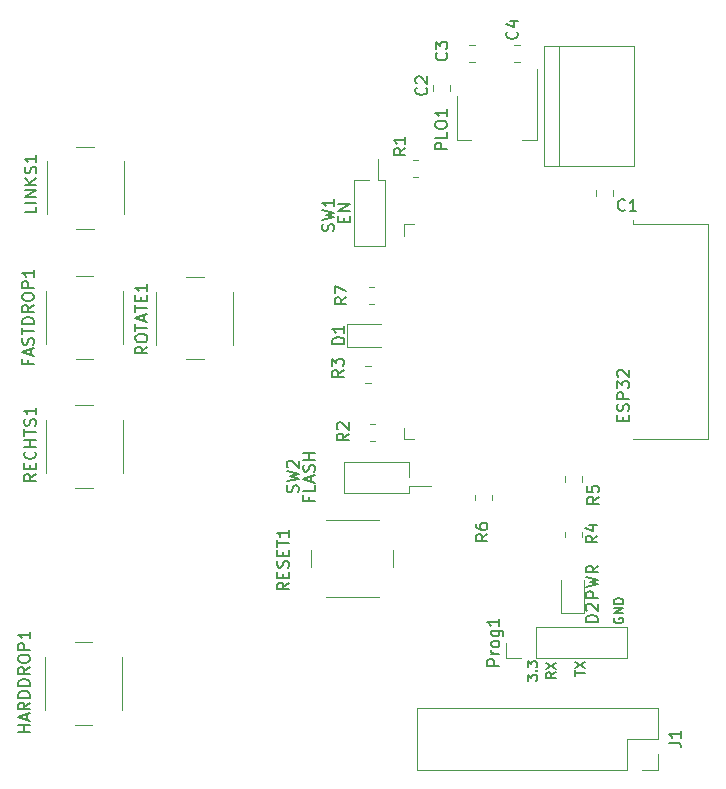
<source format=gbr>
%TF.GenerationSoftware,KiCad,Pcbnew,7.0.1*%
%TF.CreationDate,2023-04-20T18:11:54+02:00*%
%TF.ProjectId,PCB_Tetris,5043425f-5465-4747-9269-732e6b696361,rev?*%
%TF.SameCoordinates,Original*%
%TF.FileFunction,Legend,Top*%
%TF.FilePolarity,Positive*%
%FSLAX46Y46*%
G04 Gerber Fmt 4.6, Leading zero omitted, Abs format (unit mm)*
G04 Created by KiCad (PCBNEW 7.0.1) date 2023-04-20 18:11:54*
%MOMM*%
%LPD*%
G01*
G04 APERTURE LIST*
%ADD10C,0.200000*%
%ADD11C,0.150000*%
%ADD12C,0.120000*%
G04 APERTURE END LIST*
D10*
X91977095Y-118702380D02*
X91596142Y-118969047D01*
X91977095Y-119159523D02*
X91177095Y-119159523D01*
X91177095Y-119159523D02*
X91177095Y-118854761D01*
X91177095Y-118854761D02*
X91215190Y-118778571D01*
X91215190Y-118778571D02*
X91253285Y-118740476D01*
X91253285Y-118740476D02*
X91329476Y-118702380D01*
X91329476Y-118702380D02*
X91443761Y-118702380D01*
X91443761Y-118702380D02*
X91519952Y-118740476D01*
X91519952Y-118740476D02*
X91558047Y-118778571D01*
X91558047Y-118778571D02*
X91596142Y-118854761D01*
X91596142Y-118854761D02*
X91596142Y-119159523D01*
X91177095Y-118435714D02*
X91977095Y-117902380D01*
X91177095Y-117902380D02*
X91977095Y-118435714D01*
X89602095Y-119410714D02*
X89602095Y-118915476D01*
X89602095Y-118915476D02*
X89906857Y-119182142D01*
X89906857Y-119182142D02*
X89906857Y-119067857D01*
X89906857Y-119067857D02*
X89944952Y-118991666D01*
X89944952Y-118991666D02*
X89983047Y-118953571D01*
X89983047Y-118953571D02*
X90059238Y-118915476D01*
X90059238Y-118915476D02*
X90249714Y-118915476D01*
X90249714Y-118915476D02*
X90325904Y-118953571D01*
X90325904Y-118953571D02*
X90364000Y-118991666D01*
X90364000Y-118991666D02*
X90402095Y-119067857D01*
X90402095Y-119067857D02*
X90402095Y-119296428D01*
X90402095Y-119296428D02*
X90364000Y-119372619D01*
X90364000Y-119372619D02*
X90325904Y-119410714D01*
X90325904Y-118572618D02*
X90364000Y-118534523D01*
X90364000Y-118534523D02*
X90402095Y-118572618D01*
X90402095Y-118572618D02*
X90364000Y-118610714D01*
X90364000Y-118610714D02*
X90325904Y-118572618D01*
X90325904Y-118572618D02*
X90402095Y-118572618D01*
X89602095Y-118267857D02*
X89602095Y-117772619D01*
X89602095Y-117772619D02*
X89906857Y-118039285D01*
X89906857Y-118039285D02*
X89906857Y-117925000D01*
X89906857Y-117925000D02*
X89944952Y-117848809D01*
X89944952Y-117848809D02*
X89983047Y-117810714D01*
X89983047Y-117810714D02*
X90059238Y-117772619D01*
X90059238Y-117772619D02*
X90249714Y-117772619D01*
X90249714Y-117772619D02*
X90325904Y-117810714D01*
X90325904Y-117810714D02*
X90364000Y-117848809D01*
X90364000Y-117848809D02*
X90402095Y-117925000D01*
X90402095Y-117925000D02*
X90402095Y-118153571D01*
X90402095Y-118153571D02*
X90364000Y-118229762D01*
X90364000Y-118229762D02*
X90325904Y-118267857D01*
X93627095Y-118998809D02*
X93627095Y-118541666D01*
X94427095Y-118770238D02*
X93627095Y-118770238D01*
X93627095Y-118351190D02*
X94427095Y-117817856D01*
X93627095Y-117817856D02*
X94427095Y-118351190D01*
X96940190Y-114115476D02*
X96902095Y-114191666D01*
X96902095Y-114191666D02*
X96902095Y-114305952D01*
X96902095Y-114305952D02*
X96940190Y-114420238D01*
X96940190Y-114420238D02*
X97016380Y-114496428D01*
X97016380Y-114496428D02*
X97092571Y-114534523D01*
X97092571Y-114534523D02*
X97244952Y-114572619D01*
X97244952Y-114572619D02*
X97359238Y-114572619D01*
X97359238Y-114572619D02*
X97511619Y-114534523D01*
X97511619Y-114534523D02*
X97587809Y-114496428D01*
X97587809Y-114496428D02*
X97664000Y-114420238D01*
X97664000Y-114420238D02*
X97702095Y-114305952D01*
X97702095Y-114305952D02*
X97702095Y-114229761D01*
X97702095Y-114229761D02*
X97664000Y-114115476D01*
X97664000Y-114115476D02*
X97625904Y-114077380D01*
X97625904Y-114077380D02*
X97359238Y-114077380D01*
X97359238Y-114077380D02*
X97359238Y-114229761D01*
X97702095Y-113734523D02*
X96902095Y-113734523D01*
X96902095Y-113734523D02*
X97702095Y-113277380D01*
X97702095Y-113277380D02*
X96902095Y-113277380D01*
X97702095Y-112896428D02*
X96902095Y-112896428D01*
X96902095Y-112896428D02*
X96902095Y-112705952D01*
X96902095Y-112705952D02*
X96940190Y-112591666D01*
X96940190Y-112591666D02*
X97016380Y-112515476D01*
X97016380Y-112515476D02*
X97092571Y-112477381D01*
X97092571Y-112477381D02*
X97244952Y-112439285D01*
X97244952Y-112439285D02*
X97359238Y-112439285D01*
X97359238Y-112439285D02*
X97511619Y-112477381D01*
X97511619Y-112477381D02*
X97587809Y-112515476D01*
X97587809Y-112515476D02*
X97664000Y-112591666D01*
X97664000Y-112591666D02*
X97702095Y-112705952D01*
X97702095Y-112705952D02*
X97702095Y-112896428D01*
D11*
%TO.C,R6*%
X86212619Y-107016666D02*
X85736428Y-107349999D01*
X86212619Y-107588094D02*
X85212619Y-107588094D01*
X85212619Y-107588094D02*
X85212619Y-107207142D01*
X85212619Y-107207142D02*
X85260238Y-107111904D01*
X85260238Y-107111904D02*
X85307857Y-107064285D01*
X85307857Y-107064285D02*
X85403095Y-107016666D01*
X85403095Y-107016666D02*
X85545952Y-107016666D01*
X85545952Y-107016666D02*
X85641190Y-107064285D01*
X85641190Y-107064285D02*
X85688809Y-107111904D01*
X85688809Y-107111904D02*
X85736428Y-107207142D01*
X85736428Y-107207142D02*
X85736428Y-107588094D01*
X85212619Y-106159523D02*
X85212619Y-106349999D01*
X85212619Y-106349999D02*
X85260238Y-106445237D01*
X85260238Y-106445237D02*
X85307857Y-106492856D01*
X85307857Y-106492856D02*
X85450714Y-106588094D01*
X85450714Y-106588094D02*
X85641190Y-106635713D01*
X85641190Y-106635713D02*
X86022142Y-106635713D01*
X86022142Y-106635713D02*
X86117380Y-106588094D01*
X86117380Y-106588094D02*
X86165000Y-106540475D01*
X86165000Y-106540475D02*
X86212619Y-106445237D01*
X86212619Y-106445237D02*
X86212619Y-106254761D01*
X86212619Y-106254761D02*
X86165000Y-106159523D01*
X86165000Y-106159523D02*
X86117380Y-106111904D01*
X86117380Y-106111904D02*
X86022142Y-106064285D01*
X86022142Y-106064285D02*
X85784047Y-106064285D01*
X85784047Y-106064285D02*
X85688809Y-106111904D01*
X85688809Y-106111904D02*
X85641190Y-106159523D01*
X85641190Y-106159523D02*
X85593571Y-106254761D01*
X85593571Y-106254761D02*
X85593571Y-106445237D01*
X85593571Y-106445237D02*
X85641190Y-106540475D01*
X85641190Y-106540475D02*
X85688809Y-106588094D01*
X85688809Y-106588094D02*
X85784047Y-106635713D01*
%TO.C,R2*%
X74462619Y-98516666D02*
X73986428Y-98849999D01*
X74462619Y-99088094D02*
X73462619Y-99088094D01*
X73462619Y-99088094D02*
X73462619Y-98707142D01*
X73462619Y-98707142D02*
X73510238Y-98611904D01*
X73510238Y-98611904D02*
X73557857Y-98564285D01*
X73557857Y-98564285D02*
X73653095Y-98516666D01*
X73653095Y-98516666D02*
X73795952Y-98516666D01*
X73795952Y-98516666D02*
X73891190Y-98564285D01*
X73891190Y-98564285D02*
X73938809Y-98611904D01*
X73938809Y-98611904D02*
X73986428Y-98707142D01*
X73986428Y-98707142D02*
X73986428Y-99088094D01*
X73557857Y-98135713D02*
X73510238Y-98088094D01*
X73510238Y-98088094D02*
X73462619Y-97992856D01*
X73462619Y-97992856D02*
X73462619Y-97754761D01*
X73462619Y-97754761D02*
X73510238Y-97659523D01*
X73510238Y-97659523D02*
X73557857Y-97611904D01*
X73557857Y-97611904D02*
X73653095Y-97564285D01*
X73653095Y-97564285D02*
X73748333Y-97564285D01*
X73748333Y-97564285D02*
X73891190Y-97611904D01*
X73891190Y-97611904D02*
X74462619Y-98183332D01*
X74462619Y-98183332D02*
X74462619Y-97564285D01*
%TO.C,C1*%
X97858333Y-79567380D02*
X97810714Y-79615000D01*
X97810714Y-79615000D02*
X97667857Y-79662619D01*
X97667857Y-79662619D02*
X97572619Y-79662619D01*
X97572619Y-79662619D02*
X97429762Y-79615000D01*
X97429762Y-79615000D02*
X97334524Y-79519761D01*
X97334524Y-79519761D02*
X97286905Y-79424523D01*
X97286905Y-79424523D02*
X97239286Y-79234047D01*
X97239286Y-79234047D02*
X97239286Y-79091190D01*
X97239286Y-79091190D02*
X97286905Y-78900714D01*
X97286905Y-78900714D02*
X97334524Y-78805476D01*
X97334524Y-78805476D02*
X97429762Y-78710238D01*
X97429762Y-78710238D02*
X97572619Y-78662619D01*
X97572619Y-78662619D02*
X97667857Y-78662619D01*
X97667857Y-78662619D02*
X97810714Y-78710238D01*
X97810714Y-78710238D02*
X97858333Y-78757857D01*
X98810714Y-79662619D02*
X98239286Y-79662619D01*
X98525000Y-79662619D02*
X98525000Y-78662619D01*
X98525000Y-78662619D02*
X98429762Y-78805476D01*
X98429762Y-78805476D02*
X98334524Y-78900714D01*
X98334524Y-78900714D02*
X98239286Y-78948333D01*
%TO.C,D1*%
X74087619Y-90913094D02*
X73087619Y-90913094D01*
X73087619Y-90913094D02*
X73087619Y-90674999D01*
X73087619Y-90674999D02*
X73135238Y-90532142D01*
X73135238Y-90532142D02*
X73230476Y-90436904D01*
X73230476Y-90436904D02*
X73325714Y-90389285D01*
X73325714Y-90389285D02*
X73516190Y-90341666D01*
X73516190Y-90341666D02*
X73659047Y-90341666D01*
X73659047Y-90341666D02*
X73849523Y-90389285D01*
X73849523Y-90389285D02*
X73944761Y-90436904D01*
X73944761Y-90436904D02*
X74040000Y-90532142D01*
X74040000Y-90532142D02*
X74087619Y-90674999D01*
X74087619Y-90674999D02*
X74087619Y-90913094D01*
X74087619Y-89389285D02*
X74087619Y-89960713D01*
X74087619Y-89674999D02*
X73087619Y-89674999D01*
X73087619Y-89674999D02*
X73230476Y-89770237D01*
X73230476Y-89770237D02*
X73325714Y-89865475D01*
X73325714Y-89865475D02*
X73373333Y-89960713D01*
%TO.C,C2*%
X81017380Y-69216666D02*
X81065000Y-69264285D01*
X81065000Y-69264285D02*
X81112619Y-69407142D01*
X81112619Y-69407142D02*
X81112619Y-69502380D01*
X81112619Y-69502380D02*
X81065000Y-69645237D01*
X81065000Y-69645237D02*
X80969761Y-69740475D01*
X80969761Y-69740475D02*
X80874523Y-69788094D01*
X80874523Y-69788094D02*
X80684047Y-69835713D01*
X80684047Y-69835713D02*
X80541190Y-69835713D01*
X80541190Y-69835713D02*
X80350714Y-69788094D01*
X80350714Y-69788094D02*
X80255476Y-69740475D01*
X80255476Y-69740475D02*
X80160238Y-69645237D01*
X80160238Y-69645237D02*
X80112619Y-69502380D01*
X80112619Y-69502380D02*
X80112619Y-69407142D01*
X80112619Y-69407142D02*
X80160238Y-69264285D01*
X80160238Y-69264285D02*
X80207857Y-69216666D01*
X80207857Y-68835713D02*
X80160238Y-68788094D01*
X80160238Y-68788094D02*
X80112619Y-68692856D01*
X80112619Y-68692856D02*
X80112619Y-68454761D01*
X80112619Y-68454761D02*
X80160238Y-68359523D01*
X80160238Y-68359523D02*
X80207857Y-68311904D01*
X80207857Y-68311904D02*
X80303095Y-68264285D01*
X80303095Y-68264285D02*
X80398333Y-68264285D01*
X80398333Y-68264285D02*
X80541190Y-68311904D01*
X80541190Y-68311904D02*
X81112619Y-68883332D01*
X81112619Y-68883332D02*
X81112619Y-68264285D01*
%TO.C,R3*%
X74037619Y-93116666D02*
X73561428Y-93449999D01*
X74037619Y-93688094D02*
X73037619Y-93688094D01*
X73037619Y-93688094D02*
X73037619Y-93307142D01*
X73037619Y-93307142D02*
X73085238Y-93211904D01*
X73085238Y-93211904D02*
X73132857Y-93164285D01*
X73132857Y-93164285D02*
X73228095Y-93116666D01*
X73228095Y-93116666D02*
X73370952Y-93116666D01*
X73370952Y-93116666D02*
X73466190Y-93164285D01*
X73466190Y-93164285D02*
X73513809Y-93211904D01*
X73513809Y-93211904D02*
X73561428Y-93307142D01*
X73561428Y-93307142D02*
X73561428Y-93688094D01*
X73037619Y-92783332D02*
X73037619Y-92164285D01*
X73037619Y-92164285D02*
X73418571Y-92497618D01*
X73418571Y-92497618D02*
X73418571Y-92354761D01*
X73418571Y-92354761D02*
X73466190Y-92259523D01*
X73466190Y-92259523D02*
X73513809Y-92211904D01*
X73513809Y-92211904D02*
X73609047Y-92164285D01*
X73609047Y-92164285D02*
X73847142Y-92164285D01*
X73847142Y-92164285D02*
X73942380Y-92211904D01*
X73942380Y-92211904D02*
X73990000Y-92259523D01*
X73990000Y-92259523D02*
X74037619Y-92354761D01*
X74037619Y-92354761D02*
X74037619Y-92640475D01*
X74037619Y-92640475D02*
X73990000Y-92735713D01*
X73990000Y-92735713D02*
X73942380Y-92783332D01*
%TO.C,D2*%
X95537619Y-114438094D02*
X94537619Y-114438094D01*
X94537619Y-114438094D02*
X94537619Y-114199999D01*
X94537619Y-114199999D02*
X94585238Y-114057142D01*
X94585238Y-114057142D02*
X94680476Y-113961904D01*
X94680476Y-113961904D02*
X94775714Y-113914285D01*
X94775714Y-113914285D02*
X94966190Y-113866666D01*
X94966190Y-113866666D02*
X95109047Y-113866666D01*
X95109047Y-113866666D02*
X95299523Y-113914285D01*
X95299523Y-113914285D02*
X95394761Y-113961904D01*
X95394761Y-113961904D02*
X95490000Y-114057142D01*
X95490000Y-114057142D02*
X95537619Y-114199999D01*
X95537619Y-114199999D02*
X95537619Y-114438094D01*
X94632857Y-113485713D02*
X94585238Y-113438094D01*
X94585238Y-113438094D02*
X94537619Y-113342856D01*
X94537619Y-113342856D02*
X94537619Y-113104761D01*
X94537619Y-113104761D02*
X94585238Y-113009523D01*
X94585238Y-113009523D02*
X94632857Y-112961904D01*
X94632857Y-112961904D02*
X94728095Y-112914285D01*
X94728095Y-112914285D02*
X94823333Y-112914285D01*
X94823333Y-112914285D02*
X94966190Y-112961904D01*
X94966190Y-112961904D02*
X95537619Y-113533332D01*
X95537619Y-113533332D02*
X95537619Y-112914285D01*
X95587619Y-112408332D02*
X94587619Y-112408332D01*
X94587619Y-112408332D02*
X94587619Y-112027380D01*
X94587619Y-112027380D02*
X94635238Y-111932142D01*
X94635238Y-111932142D02*
X94682857Y-111884523D01*
X94682857Y-111884523D02*
X94778095Y-111836904D01*
X94778095Y-111836904D02*
X94920952Y-111836904D01*
X94920952Y-111836904D02*
X95016190Y-111884523D01*
X95016190Y-111884523D02*
X95063809Y-111932142D01*
X95063809Y-111932142D02*
X95111428Y-112027380D01*
X95111428Y-112027380D02*
X95111428Y-112408332D01*
X94587619Y-111503570D02*
X95587619Y-111265475D01*
X95587619Y-111265475D02*
X94873333Y-111074999D01*
X94873333Y-111074999D02*
X95587619Y-110884523D01*
X95587619Y-110884523D02*
X94587619Y-110646428D01*
X95587619Y-109694047D02*
X95111428Y-110027380D01*
X95587619Y-110265475D02*
X94587619Y-110265475D01*
X94587619Y-110265475D02*
X94587619Y-109884523D01*
X94587619Y-109884523D02*
X94635238Y-109789285D01*
X94635238Y-109789285D02*
X94682857Y-109741666D01*
X94682857Y-109741666D02*
X94778095Y-109694047D01*
X94778095Y-109694047D02*
X94920952Y-109694047D01*
X94920952Y-109694047D02*
X95016190Y-109741666D01*
X95016190Y-109741666D02*
X95063809Y-109789285D01*
X95063809Y-109789285D02*
X95111428Y-109884523D01*
X95111428Y-109884523D02*
X95111428Y-110265475D01*
%TO.C,R5*%
X95637619Y-103866666D02*
X95161428Y-104199999D01*
X95637619Y-104438094D02*
X94637619Y-104438094D01*
X94637619Y-104438094D02*
X94637619Y-104057142D01*
X94637619Y-104057142D02*
X94685238Y-103961904D01*
X94685238Y-103961904D02*
X94732857Y-103914285D01*
X94732857Y-103914285D02*
X94828095Y-103866666D01*
X94828095Y-103866666D02*
X94970952Y-103866666D01*
X94970952Y-103866666D02*
X95066190Y-103914285D01*
X95066190Y-103914285D02*
X95113809Y-103961904D01*
X95113809Y-103961904D02*
X95161428Y-104057142D01*
X95161428Y-104057142D02*
X95161428Y-104438094D01*
X94637619Y-102961904D02*
X94637619Y-103438094D01*
X94637619Y-103438094D02*
X95113809Y-103485713D01*
X95113809Y-103485713D02*
X95066190Y-103438094D01*
X95066190Y-103438094D02*
X95018571Y-103342856D01*
X95018571Y-103342856D02*
X95018571Y-103104761D01*
X95018571Y-103104761D02*
X95066190Y-103009523D01*
X95066190Y-103009523D02*
X95113809Y-102961904D01*
X95113809Y-102961904D02*
X95209047Y-102914285D01*
X95209047Y-102914285D02*
X95447142Y-102914285D01*
X95447142Y-102914285D02*
X95542380Y-102961904D01*
X95542380Y-102961904D02*
X95590000Y-103009523D01*
X95590000Y-103009523D02*
X95637619Y-103104761D01*
X95637619Y-103104761D02*
X95637619Y-103342856D01*
X95637619Y-103342856D02*
X95590000Y-103438094D01*
X95590000Y-103438094D02*
X95542380Y-103485713D01*
%TO.C,R1*%
X79262619Y-74341666D02*
X78786428Y-74674999D01*
X79262619Y-74913094D02*
X78262619Y-74913094D01*
X78262619Y-74913094D02*
X78262619Y-74532142D01*
X78262619Y-74532142D02*
X78310238Y-74436904D01*
X78310238Y-74436904D02*
X78357857Y-74389285D01*
X78357857Y-74389285D02*
X78453095Y-74341666D01*
X78453095Y-74341666D02*
X78595952Y-74341666D01*
X78595952Y-74341666D02*
X78691190Y-74389285D01*
X78691190Y-74389285D02*
X78738809Y-74436904D01*
X78738809Y-74436904D02*
X78786428Y-74532142D01*
X78786428Y-74532142D02*
X78786428Y-74913094D01*
X79262619Y-73389285D02*
X79262619Y-73960713D01*
X79262619Y-73674999D02*
X78262619Y-73674999D01*
X78262619Y-73674999D02*
X78405476Y-73770237D01*
X78405476Y-73770237D02*
X78500714Y-73865475D01*
X78500714Y-73865475D02*
X78548333Y-73960713D01*
%TO.C,FASTDROP1*%
X47294809Y-92299857D02*
X47294809Y-92633190D01*
X47818619Y-92633190D02*
X46818619Y-92633190D01*
X46818619Y-92633190D02*
X46818619Y-92157000D01*
X47532904Y-91823666D02*
X47532904Y-91347476D01*
X47818619Y-91918904D02*
X46818619Y-91585571D01*
X46818619Y-91585571D02*
X47818619Y-91252238D01*
X47771000Y-90966523D02*
X47818619Y-90823666D01*
X47818619Y-90823666D02*
X47818619Y-90585571D01*
X47818619Y-90585571D02*
X47771000Y-90490333D01*
X47771000Y-90490333D02*
X47723380Y-90442714D01*
X47723380Y-90442714D02*
X47628142Y-90395095D01*
X47628142Y-90395095D02*
X47532904Y-90395095D01*
X47532904Y-90395095D02*
X47437666Y-90442714D01*
X47437666Y-90442714D02*
X47390047Y-90490333D01*
X47390047Y-90490333D02*
X47342428Y-90585571D01*
X47342428Y-90585571D02*
X47294809Y-90776047D01*
X47294809Y-90776047D02*
X47247190Y-90871285D01*
X47247190Y-90871285D02*
X47199571Y-90918904D01*
X47199571Y-90918904D02*
X47104333Y-90966523D01*
X47104333Y-90966523D02*
X47009095Y-90966523D01*
X47009095Y-90966523D02*
X46913857Y-90918904D01*
X46913857Y-90918904D02*
X46866238Y-90871285D01*
X46866238Y-90871285D02*
X46818619Y-90776047D01*
X46818619Y-90776047D02*
X46818619Y-90537952D01*
X46818619Y-90537952D02*
X46866238Y-90395095D01*
X46818619Y-90109380D02*
X46818619Y-89537952D01*
X47818619Y-89823666D02*
X46818619Y-89823666D01*
X47818619Y-89204618D02*
X46818619Y-89204618D01*
X46818619Y-89204618D02*
X46818619Y-88966523D01*
X46818619Y-88966523D02*
X46866238Y-88823666D01*
X46866238Y-88823666D02*
X46961476Y-88728428D01*
X46961476Y-88728428D02*
X47056714Y-88680809D01*
X47056714Y-88680809D02*
X47247190Y-88633190D01*
X47247190Y-88633190D02*
X47390047Y-88633190D01*
X47390047Y-88633190D02*
X47580523Y-88680809D01*
X47580523Y-88680809D02*
X47675761Y-88728428D01*
X47675761Y-88728428D02*
X47771000Y-88823666D01*
X47771000Y-88823666D02*
X47818619Y-88966523D01*
X47818619Y-88966523D02*
X47818619Y-89204618D01*
X47818619Y-87633190D02*
X47342428Y-87966523D01*
X47818619Y-88204618D02*
X46818619Y-88204618D01*
X46818619Y-88204618D02*
X46818619Y-87823666D01*
X46818619Y-87823666D02*
X46866238Y-87728428D01*
X46866238Y-87728428D02*
X46913857Y-87680809D01*
X46913857Y-87680809D02*
X47009095Y-87633190D01*
X47009095Y-87633190D02*
X47151952Y-87633190D01*
X47151952Y-87633190D02*
X47247190Y-87680809D01*
X47247190Y-87680809D02*
X47294809Y-87728428D01*
X47294809Y-87728428D02*
X47342428Y-87823666D01*
X47342428Y-87823666D02*
X47342428Y-88204618D01*
X46818619Y-87014142D02*
X46818619Y-86823666D01*
X46818619Y-86823666D02*
X46866238Y-86728428D01*
X46866238Y-86728428D02*
X46961476Y-86633190D01*
X46961476Y-86633190D02*
X47151952Y-86585571D01*
X47151952Y-86585571D02*
X47485285Y-86585571D01*
X47485285Y-86585571D02*
X47675761Y-86633190D01*
X47675761Y-86633190D02*
X47771000Y-86728428D01*
X47771000Y-86728428D02*
X47818619Y-86823666D01*
X47818619Y-86823666D02*
X47818619Y-87014142D01*
X47818619Y-87014142D02*
X47771000Y-87109380D01*
X47771000Y-87109380D02*
X47675761Y-87204618D01*
X47675761Y-87204618D02*
X47485285Y-87252237D01*
X47485285Y-87252237D02*
X47151952Y-87252237D01*
X47151952Y-87252237D02*
X46961476Y-87204618D01*
X46961476Y-87204618D02*
X46866238Y-87109380D01*
X46866238Y-87109380D02*
X46818619Y-87014142D01*
X47818619Y-86156999D02*
X46818619Y-86156999D01*
X46818619Y-86156999D02*
X46818619Y-85776047D01*
X46818619Y-85776047D02*
X46866238Y-85680809D01*
X46866238Y-85680809D02*
X46913857Y-85633190D01*
X46913857Y-85633190D02*
X47009095Y-85585571D01*
X47009095Y-85585571D02*
X47151952Y-85585571D01*
X47151952Y-85585571D02*
X47247190Y-85633190D01*
X47247190Y-85633190D02*
X47294809Y-85680809D01*
X47294809Y-85680809D02*
X47342428Y-85776047D01*
X47342428Y-85776047D02*
X47342428Y-86156999D01*
X47818619Y-84633190D02*
X47818619Y-85204618D01*
X47818619Y-84918904D02*
X46818619Y-84918904D01*
X46818619Y-84918904D02*
X46961476Y-85014142D01*
X46961476Y-85014142D02*
X47056714Y-85109380D01*
X47056714Y-85109380D02*
X47104333Y-85204618D01*
%TO.C,HARDDROP1*%
X47477619Y-123758285D02*
X46477619Y-123758285D01*
X46953809Y-123758285D02*
X46953809Y-123186857D01*
X47477619Y-123186857D02*
X46477619Y-123186857D01*
X47191904Y-122758285D02*
X47191904Y-122282095D01*
X47477619Y-122853523D02*
X46477619Y-122520190D01*
X46477619Y-122520190D02*
X47477619Y-122186857D01*
X47477619Y-121282095D02*
X47001428Y-121615428D01*
X47477619Y-121853523D02*
X46477619Y-121853523D01*
X46477619Y-121853523D02*
X46477619Y-121472571D01*
X46477619Y-121472571D02*
X46525238Y-121377333D01*
X46525238Y-121377333D02*
X46572857Y-121329714D01*
X46572857Y-121329714D02*
X46668095Y-121282095D01*
X46668095Y-121282095D02*
X46810952Y-121282095D01*
X46810952Y-121282095D02*
X46906190Y-121329714D01*
X46906190Y-121329714D02*
X46953809Y-121377333D01*
X46953809Y-121377333D02*
X47001428Y-121472571D01*
X47001428Y-121472571D02*
X47001428Y-121853523D01*
X47477619Y-120853523D02*
X46477619Y-120853523D01*
X46477619Y-120853523D02*
X46477619Y-120615428D01*
X46477619Y-120615428D02*
X46525238Y-120472571D01*
X46525238Y-120472571D02*
X46620476Y-120377333D01*
X46620476Y-120377333D02*
X46715714Y-120329714D01*
X46715714Y-120329714D02*
X46906190Y-120282095D01*
X46906190Y-120282095D02*
X47049047Y-120282095D01*
X47049047Y-120282095D02*
X47239523Y-120329714D01*
X47239523Y-120329714D02*
X47334761Y-120377333D01*
X47334761Y-120377333D02*
X47430000Y-120472571D01*
X47430000Y-120472571D02*
X47477619Y-120615428D01*
X47477619Y-120615428D02*
X47477619Y-120853523D01*
X47477619Y-119853523D02*
X46477619Y-119853523D01*
X46477619Y-119853523D02*
X46477619Y-119615428D01*
X46477619Y-119615428D02*
X46525238Y-119472571D01*
X46525238Y-119472571D02*
X46620476Y-119377333D01*
X46620476Y-119377333D02*
X46715714Y-119329714D01*
X46715714Y-119329714D02*
X46906190Y-119282095D01*
X46906190Y-119282095D02*
X47049047Y-119282095D01*
X47049047Y-119282095D02*
X47239523Y-119329714D01*
X47239523Y-119329714D02*
X47334761Y-119377333D01*
X47334761Y-119377333D02*
X47430000Y-119472571D01*
X47430000Y-119472571D02*
X47477619Y-119615428D01*
X47477619Y-119615428D02*
X47477619Y-119853523D01*
X47477619Y-118282095D02*
X47001428Y-118615428D01*
X47477619Y-118853523D02*
X46477619Y-118853523D01*
X46477619Y-118853523D02*
X46477619Y-118472571D01*
X46477619Y-118472571D02*
X46525238Y-118377333D01*
X46525238Y-118377333D02*
X46572857Y-118329714D01*
X46572857Y-118329714D02*
X46668095Y-118282095D01*
X46668095Y-118282095D02*
X46810952Y-118282095D01*
X46810952Y-118282095D02*
X46906190Y-118329714D01*
X46906190Y-118329714D02*
X46953809Y-118377333D01*
X46953809Y-118377333D02*
X47001428Y-118472571D01*
X47001428Y-118472571D02*
X47001428Y-118853523D01*
X46477619Y-117663047D02*
X46477619Y-117472571D01*
X46477619Y-117472571D02*
X46525238Y-117377333D01*
X46525238Y-117377333D02*
X46620476Y-117282095D01*
X46620476Y-117282095D02*
X46810952Y-117234476D01*
X46810952Y-117234476D02*
X47144285Y-117234476D01*
X47144285Y-117234476D02*
X47334761Y-117282095D01*
X47334761Y-117282095D02*
X47430000Y-117377333D01*
X47430000Y-117377333D02*
X47477619Y-117472571D01*
X47477619Y-117472571D02*
X47477619Y-117663047D01*
X47477619Y-117663047D02*
X47430000Y-117758285D01*
X47430000Y-117758285D02*
X47334761Y-117853523D01*
X47334761Y-117853523D02*
X47144285Y-117901142D01*
X47144285Y-117901142D02*
X46810952Y-117901142D01*
X46810952Y-117901142D02*
X46620476Y-117853523D01*
X46620476Y-117853523D02*
X46525238Y-117758285D01*
X46525238Y-117758285D02*
X46477619Y-117663047D01*
X47477619Y-116805904D02*
X46477619Y-116805904D01*
X46477619Y-116805904D02*
X46477619Y-116424952D01*
X46477619Y-116424952D02*
X46525238Y-116329714D01*
X46525238Y-116329714D02*
X46572857Y-116282095D01*
X46572857Y-116282095D02*
X46668095Y-116234476D01*
X46668095Y-116234476D02*
X46810952Y-116234476D01*
X46810952Y-116234476D02*
X46906190Y-116282095D01*
X46906190Y-116282095D02*
X46953809Y-116329714D01*
X46953809Y-116329714D02*
X47001428Y-116424952D01*
X47001428Y-116424952D02*
X47001428Y-116805904D01*
X47477619Y-115282095D02*
X47477619Y-115853523D01*
X47477619Y-115567809D02*
X46477619Y-115567809D01*
X46477619Y-115567809D02*
X46620476Y-115663047D01*
X46620476Y-115663047D02*
X46715714Y-115758285D01*
X46715714Y-115758285D02*
X46763333Y-115853523D01*
%TO.C,R7*%
X74262619Y-86966666D02*
X73786428Y-87299999D01*
X74262619Y-87538094D02*
X73262619Y-87538094D01*
X73262619Y-87538094D02*
X73262619Y-87157142D01*
X73262619Y-87157142D02*
X73310238Y-87061904D01*
X73310238Y-87061904D02*
X73357857Y-87014285D01*
X73357857Y-87014285D02*
X73453095Y-86966666D01*
X73453095Y-86966666D02*
X73595952Y-86966666D01*
X73595952Y-86966666D02*
X73691190Y-87014285D01*
X73691190Y-87014285D02*
X73738809Y-87061904D01*
X73738809Y-87061904D02*
X73786428Y-87157142D01*
X73786428Y-87157142D02*
X73786428Y-87538094D01*
X73262619Y-86633332D02*
X73262619Y-85966666D01*
X73262619Y-85966666D02*
X74262619Y-86395237D01*
%TO.C,RECHTS1*%
X47969419Y-101931400D02*
X47493228Y-102264733D01*
X47969419Y-102502828D02*
X46969419Y-102502828D01*
X46969419Y-102502828D02*
X46969419Y-102121876D01*
X46969419Y-102121876D02*
X47017038Y-102026638D01*
X47017038Y-102026638D02*
X47064657Y-101979019D01*
X47064657Y-101979019D02*
X47159895Y-101931400D01*
X47159895Y-101931400D02*
X47302752Y-101931400D01*
X47302752Y-101931400D02*
X47397990Y-101979019D01*
X47397990Y-101979019D02*
X47445609Y-102026638D01*
X47445609Y-102026638D02*
X47493228Y-102121876D01*
X47493228Y-102121876D02*
X47493228Y-102502828D01*
X47445609Y-101502828D02*
X47445609Y-101169495D01*
X47969419Y-101026638D02*
X47969419Y-101502828D01*
X47969419Y-101502828D02*
X46969419Y-101502828D01*
X46969419Y-101502828D02*
X46969419Y-101026638D01*
X47874180Y-100026638D02*
X47921800Y-100074257D01*
X47921800Y-100074257D02*
X47969419Y-100217114D01*
X47969419Y-100217114D02*
X47969419Y-100312352D01*
X47969419Y-100312352D02*
X47921800Y-100455209D01*
X47921800Y-100455209D02*
X47826561Y-100550447D01*
X47826561Y-100550447D02*
X47731323Y-100598066D01*
X47731323Y-100598066D02*
X47540847Y-100645685D01*
X47540847Y-100645685D02*
X47397990Y-100645685D01*
X47397990Y-100645685D02*
X47207514Y-100598066D01*
X47207514Y-100598066D02*
X47112276Y-100550447D01*
X47112276Y-100550447D02*
X47017038Y-100455209D01*
X47017038Y-100455209D02*
X46969419Y-100312352D01*
X46969419Y-100312352D02*
X46969419Y-100217114D01*
X46969419Y-100217114D02*
X47017038Y-100074257D01*
X47017038Y-100074257D02*
X47064657Y-100026638D01*
X47969419Y-99598066D02*
X46969419Y-99598066D01*
X47445609Y-99598066D02*
X47445609Y-99026638D01*
X47969419Y-99026638D02*
X46969419Y-99026638D01*
X46969419Y-98693304D02*
X46969419Y-98121876D01*
X47969419Y-98407590D02*
X46969419Y-98407590D01*
X47921800Y-97836161D02*
X47969419Y-97693304D01*
X47969419Y-97693304D02*
X47969419Y-97455209D01*
X47969419Y-97455209D02*
X47921800Y-97359971D01*
X47921800Y-97359971D02*
X47874180Y-97312352D01*
X47874180Y-97312352D02*
X47778942Y-97264733D01*
X47778942Y-97264733D02*
X47683704Y-97264733D01*
X47683704Y-97264733D02*
X47588466Y-97312352D01*
X47588466Y-97312352D02*
X47540847Y-97359971D01*
X47540847Y-97359971D02*
X47493228Y-97455209D01*
X47493228Y-97455209D02*
X47445609Y-97645685D01*
X47445609Y-97645685D02*
X47397990Y-97740923D01*
X47397990Y-97740923D02*
X47350371Y-97788542D01*
X47350371Y-97788542D02*
X47255133Y-97836161D01*
X47255133Y-97836161D02*
X47159895Y-97836161D01*
X47159895Y-97836161D02*
X47064657Y-97788542D01*
X47064657Y-97788542D02*
X47017038Y-97740923D01*
X47017038Y-97740923D02*
X46969419Y-97645685D01*
X46969419Y-97645685D02*
X46969419Y-97407590D01*
X46969419Y-97407590D02*
X47017038Y-97264733D01*
X47969419Y-96312352D02*
X47969419Y-96883780D01*
X47969419Y-96598066D02*
X46969419Y-96598066D01*
X46969419Y-96598066D02*
X47112276Y-96693304D01*
X47112276Y-96693304D02*
X47207514Y-96788542D01*
X47207514Y-96788542D02*
X47255133Y-96883780D01*
%TO.C,ROTATE1*%
X57408619Y-91144333D02*
X56932428Y-91477666D01*
X57408619Y-91715761D02*
X56408619Y-91715761D01*
X56408619Y-91715761D02*
X56408619Y-91334809D01*
X56408619Y-91334809D02*
X56456238Y-91239571D01*
X56456238Y-91239571D02*
X56503857Y-91191952D01*
X56503857Y-91191952D02*
X56599095Y-91144333D01*
X56599095Y-91144333D02*
X56741952Y-91144333D01*
X56741952Y-91144333D02*
X56837190Y-91191952D01*
X56837190Y-91191952D02*
X56884809Y-91239571D01*
X56884809Y-91239571D02*
X56932428Y-91334809D01*
X56932428Y-91334809D02*
X56932428Y-91715761D01*
X56408619Y-90525285D02*
X56408619Y-90334809D01*
X56408619Y-90334809D02*
X56456238Y-90239571D01*
X56456238Y-90239571D02*
X56551476Y-90144333D01*
X56551476Y-90144333D02*
X56741952Y-90096714D01*
X56741952Y-90096714D02*
X57075285Y-90096714D01*
X57075285Y-90096714D02*
X57265761Y-90144333D01*
X57265761Y-90144333D02*
X57361000Y-90239571D01*
X57361000Y-90239571D02*
X57408619Y-90334809D01*
X57408619Y-90334809D02*
X57408619Y-90525285D01*
X57408619Y-90525285D02*
X57361000Y-90620523D01*
X57361000Y-90620523D02*
X57265761Y-90715761D01*
X57265761Y-90715761D02*
X57075285Y-90763380D01*
X57075285Y-90763380D02*
X56741952Y-90763380D01*
X56741952Y-90763380D02*
X56551476Y-90715761D01*
X56551476Y-90715761D02*
X56456238Y-90620523D01*
X56456238Y-90620523D02*
X56408619Y-90525285D01*
X56408619Y-89810999D02*
X56408619Y-89239571D01*
X57408619Y-89525285D02*
X56408619Y-89525285D01*
X57122904Y-88953856D02*
X57122904Y-88477666D01*
X57408619Y-89049094D02*
X56408619Y-88715761D01*
X56408619Y-88715761D02*
X57408619Y-88382428D01*
X56408619Y-88191951D02*
X56408619Y-87620523D01*
X57408619Y-87906237D02*
X56408619Y-87906237D01*
X56884809Y-87287189D02*
X56884809Y-86953856D01*
X57408619Y-86810999D02*
X57408619Y-87287189D01*
X57408619Y-87287189D02*
X56408619Y-87287189D01*
X56408619Y-87287189D02*
X56408619Y-86810999D01*
X57408619Y-85858618D02*
X57408619Y-86430046D01*
X57408619Y-86144332D02*
X56408619Y-86144332D01*
X56408619Y-86144332D02*
X56551476Y-86239570D01*
X56551476Y-86239570D02*
X56646714Y-86334808D01*
X56646714Y-86334808D02*
X56694333Y-86430046D01*
%TO.C,C4*%
X88692380Y-64466666D02*
X88740000Y-64514285D01*
X88740000Y-64514285D02*
X88787619Y-64657142D01*
X88787619Y-64657142D02*
X88787619Y-64752380D01*
X88787619Y-64752380D02*
X88740000Y-64895237D01*
X88740000Y-64895237D02*
X88644761Y-64990475D01*
X88644761Y-64990475D02*
X88549523Y-65038094D01*
X88549523Y-65038094D02*
X88359047Y-65085713D01*
X88359047Y-65085713D02*
X88216190Y-65085713D01*
X88216190Y-65085713D02*
X88025714Y-65038094D01*
X88025714Y-65038094D02*
X87930476Y-64990475D01*
X87930476Y-64990475D02*
X87835238Y-64895237D01*
X87835238Y-64895237D02*
X87787619Y-64752380D01*
X87787619Y-64752380D02*
X87787619Y-64657142D01*
X87787619Y-64657142D02*
X87835238Y-64514285D01*
X87835238Y-64514285D02*
X87882857Y-64466666D01*
X88120952Y-63609523D02*
X88787619Y-63609523D01*
X87740000Y-63847618D02*
X88454285Y-64085713D01*
X88454285Y-64085713D02*
X88454285Y-63466666D01*
%TO.C,RESET1*%
X69387619Y-111128571D02*
X68911428Y-111461904D01*
X69387619Y-111699999D02*
X68387619Y-111699999D01*
X68387619Y-111699999D02*
X68387619Y-111319047D01*
X68387619Y-111319047D02*
X68435238Y-111223809D01*
X68435238Y-111223809D02*
X68482857Y-111176190D01*
X68482857Y-111176190D02*
X68578095Y-111128571D01*
X68578095Y-111128571D02*
X68720952Y-111128571D01*
X68720952Y-111128571D02*
X68816190Y-111176190D01*
X68816190Y-111176190D02*
X68863809Y-111223809D01*
X68863809Y-111223809D02*
X68911428Y-111319047D01*
X68911428Y-111319047D02*
X68911428Y-111699999D01*
X68863809Y-110699999D02*
X68863809Y-110366666D01*
X69387619Y-110223809D02*
X69387619Y-110699999D01*
X69387619Y-110699999D02*
X68387619Y-110699999D01*
X68387619Y-110699999D02*
X68387619Y-110223809D01*
X69340000Y-109842856D02*
X69387619Y-109699999D01*
X69387619Y-109699999D02*
X69387619Y-109461904D01*
X69387619Y-109461904D02*
X69340000Y-109366666D01*
X69340000Y-109366666D02*
X69292380Y-109319047D01*
X69292380Y-109319047D02*
X69197142Y-109271428D01*
X69197142Y-109271428D02*
X69101904Y-109271428D01*
X69101904Y-109271428D02*
X69006666Y-109319047D01*
X69006666Y-109319047D02*
X68959047Y-109366666D01*
X68959047Y-109366666D02*
X68911428Y-109461904D01*
X68911428Y-109461904D02*
X68863809Y-109652380D01*
X68863809Y-109652380D02*
X68816190Y-109747618D01*
X68816190Y-109747618D02*
X68768571Y-109795237D01*
X68768571Y-109795237D02*
X68673333Y-109842856D01*
X68673333Y-109842856D02*
X68578095Y-109842856D01*
X68578095Y-109842856D02*
X68482857Y-109795237D01*
X68482857Y-109795237D02*
X68435238Y-109747618D01*
X68435238Y-109747618D02*
X68387619Y-109652380D01*
X68387619Y-109652380D02*
X68387619Y-109414285D01*
X68387619Y-109414285D02*
X68435238Y-109271428D01*
X68863809Y-108842856D02*
X68863809Y-108509523D01*
X69387619Y-108366666D02*
X69387619Y-108842856D01*
X69387619Y-108842856D02*
X68387619Y-108842856D01*
X68387619Y-108842856D02*
X68387619Y-108366666D01*
X68387619Y-108080951D02*
X68387619Y-107509523D01*
X69387619Y-107795237D02*
X68387619Y-107795237D01*
X69387619Y-106652380D02*
X69387619Y-107223808D01*
X69387619Y-106938094D02*
X68387619Y-106938094D01*
X68387619Y-106938094D02*
X68530476Y-107033332D01*
X68530476Y-107033332D02*
X68625714Y-107128570D01*
X68625714Y-107128570D02*
X68673333Y-107223808D01*
%TO.C,LINKS1*%
X48018619Y-79288561D02*
X48018619Y-79764751D01*
X48018619Y-79764751D02*
X47018619Y-79764751D01*
X48018619Y-78955227D02*
X47018619Y-78955227D01*
X48018619Y-78479037D02*
X47018619Y-78479037D01*
X47018619Y-78479037D02*
X48018619Y-77907609D01*
X48018619Y-77907609D02*
X47018619Y-77907609D01*
X48018619Y-77431418D02*
X47018619Y-77431418D01*
X48018619Y-76859990D02*
X47447190Y-77288561D01*
X47018619Y-76859990D02*
X47590047Y-77431418D01*
X47971000Y-76479037D02*
X48018619Y-76336180D01*
X48018619Y-76336180D02*
X48018619Y-76098085D01*
X48018619Y-76098085D02*
X47971000Y-76002847D01*
X47971000Y-76002847D02*
X47923380Y-75955228D01*
X47923380Y-75955228D02*
X47828142Y-75907609D01*
X47828142Y-75907609D02*
X47732904Y-75907609D01*
X47732904Y-75907609D02*
X47637666Y-75955228D01*
X47637666Y-75955228D02*
X47590047Y-76002847D01*
X47590047Y-76002847D02*
X47542428Y-76098085D01*
X47542428Y-76098085D02*
X47494809Y-76288561D01*
X47494809Y-76288561D02*
X47447190Y-76383799D01*
X47447190Y-76383799D02*
X47399571Y-76431418D01*
X47399571Y-76431418D02*
X47304333Y-76479037D01*
X47304333Y-76479037D02*
X47209095Y-76479037D01*
X47209095Y-76479037D02*
X47113857Y-76431418D01*
X47113857Y-76431418D02*
X47066238Y-76383799D01*
X47066238Y-76383799D02*
X47018619Y-76288561D01*
X47018619Y-76288561D02*
X47018619Y-76050466D01*
X47018619Y-76050466D02*
X47066238Y-75907609D01*
X48018619Y-74955228D02*
X48018619Y-75526656D01*
X48018619Y-75240942D02*
X47018619Y-75240942D01*
X47018619Y-75240942D02*
X47161476Y-75336180D01*
X47161476Y-75336180D02*
X47256714Y-75431418D01*
X47256714Y-75431418D02*
X47304333Y-75526656D01*
%TO.C,Prog1*%
X87207619Y-118152380D02*
X86207619Y-118152380D01*
X86207619Y-118152380D02*
X86207619Y-117771428D01*
X86207619Y-117771428D02*
X86255238Y-117676190D01*
X86255238Y-117676190D02*
X86302857Y-117628571D01*
X86302857Y-117628571D02*
X86398095Y-117580952D01*
X86398095Y-117580952D02*
X86540952Y-117580952D01*
X86540952Y-117580952D02*
X86636190Y-117628571D01*
X86636190Y-117628571D02*
X86683809Y-117676190D01*
X86683809Y-117676190D02*
X86731428Y-117771428D01*
X86731428Y-117771428D02*
X86731428Y-118152380D01*
X87207619Y-117152380D02*
X86540952Y-117152380D01*
X86731428Y-117152380D02*
X86636190Y-117104761D01*
X86636190Y-117104761D02*
X86588571Y-117057142D01*
X86588571Y-117057142D02*
X86540952Y-116961904D01*
X86540952Y-116961904D02*
X86540952Y-116866666D01*
X87207619Y-116390475D02*
X87160000Y-116485713D01*
X87160000Y-116485713D02*
X87112380Y-116533332D01*
X87112380Y-116533332D02*
X87017142Y-116580951D01*
X87017142Y-116580951D02*
X86731428Y-116580951D01*
X86731428Y-116580951D02*
X86636190Y-116533332D01*
X86636190Y-116533332D02*
X86588571Y-116485713D01*
X86588571Y-116485713D02*
X86540952Y-116390475D01*
X86540952Y-116390475D02*
X86540952Y-116247618D01*
X86540952Y-116247618D02*
X86588571Y-116152380D01*
X86588571Y-116152380D02*
X86636190Y-116104761D01*
X86636190Y-116104761D02*
X86731428Y-116057142D01*
X86731428Y-116057142D02*
X87017142Y-116057142D01*
X87017142Y-116057142D02*
X87112380Y-116104761D01*
X87112380Y-116104761D02*
X87160000Y-116152380D01*
X87160000Y-116152380D02*
X87207619Y-116247618D01*
X87207619Y-116247618D02*
X87207619Y-116390475D01*
X86540952Y-115199999D02*
X87350476Y-115199999D01*
X87350476Y-115199999D02*
X87445714Y-115247618D01*
X87445714Y-115247618D02*
X87493333Y-115295237D01*
X87493333Y-115295237D02*
X87540952Y-115390475D01*
X87540952Y-115390475D02*
X87540952Y-115533332D01*
X87540952Y-115533332D02*
X87493333Y-115628570D01*
X87160000Y-115199999D02*
X87207619Y-115295237D01*
X87207619Y-115295237D02*
X87207619Y-115485713D01*
X87207619Y-115485713D02*
X87160000Y-115580951D01*
X87160000Y-115580951D02*
X87112380Y-115628570D01*
X87112380Y-115628570D02*
X87017142Y-115676189D01*
X87017142Y-115676189D02*
X86731428Y-115676189D01*
X86731428Y-115676189D02*
X86636190Y-115628570D01*
X86636190Y-115628570D02*
X86588571Y-115580951D01*
X86588571Y-115580951D02*
X86540952Y-115485713D01*
X86540952Y-115485713D02*
X86540952Y-115295237D01*
X86540952Y-115295237D02*
X86588571Y-115199999D01*
X87207619Y-114199999D02*
X87207619Y-114771427D01*
X87207619Y-114485713D02*
X86207619Y-114485713D01*
X86207619Y-114485713D02*
X86350476Y-114580951D01*
X86350476Y-114580951D02*
X86445714Y-114676189D01*
X86445714Y-114676189D02*
X86493333Y-114771427D01*
%TO.C,PLO1*%
X82787619Y-74441666D02*
X81787619Y-74441666D01*
X81787619Y-74441666D02*
X81787619Y-74060714D01*
X81787619Y-74060714D02*
X81835238Y-73965476D01*
X81835238Y-73965476D02*
X81882857Y-73917857D01*
X81882857Y-73917857D02*
X81978095Y-73870238D01*
X81978095Y-73870238D02*
X82120952Y-73870238D01*
X82120952Y-73870238D02*
X82216190Y-73917857D01*
X82216190Y-73917857D02*
X82263809Y-73965476D01*
X82263809Y-73965476D02*
X82311428Y-74060714D01*
X82311428Y-74060714D02*
X82311428Y-74441666D01*
X82787619Y-72965476D02*
X82787619Y-73441666D01*
X82787619Y-73441666D02*
X81787619Y-73441666D01*
X81787619Y-72441666D02*
X81787619Y-72251190D01*
X81787619Y-72251190D02*
X81835238Y-72155952D01*
X81835238Y-72155952D02*
X81930476Y-72060714D01*
X81930476Y-72060714D02*
X82120952Y-72013095D01*
X82120952Y-72013095D02*
X82454285Y-72013095D01*
X82454285Y-72013095D02*
X82644761Y-72060714D01*
X82644761Y-72060714D02*
X82740000Y-72155952D01*
X82740000Y-72155952D02*
X82787619Y-72251190D01*
X82787619Y-72251190D02*
X82787619Y-72441666D01*
X82787619Y-72441666D02*
X82740000Y-72536904D01*
X82740000Y-72536904D02*
X82644761Y-72632142D01*
X82644761Y-72632142D02*
X82454285Y-72679761D01*
X82454285Y-72679761D02*
X82120952Y-72679761D01*
X82120952Y-72679761D02*
X81930476Y-72632142D01*
X81930476Y-72632142D02*
X81835238Y-72536904D01*
X81835238Y-72536904D02*
X81787619Y-72441666D01*
X82787619Y-71060714D02*
X82787619Y-71632142D01*
X82787619Y-71346428D02*
X81787619Y-71346428D01*
X81787619Y-71346428D02*
X81930476Y-71441666D01*
X81930476Y-71441666D02*
X82025714Y-71536904D01*
X82025714Y-71536904D02*
X82073333Y-71632142D01*
%TO.C,C3*%
X82717380Y-66266666D02*
X82765000Y-66314285D01*
X82765000Y-66314285D02*
X82812619Y-66457142D01*
X82812619Y-66457142D02*
X82812619Y-66552380D01*
X82812619Y-66552380D02*
X82765000Y-66695237D01*
X82765000Y-66695237D02*
X82669761Y-66790475D01*
X82669761Y-66790475D02*
X82574523Y-66838094D01*
X82574523Y-66838094D02*
X82384047Y-66885713D01*
X82384047Y-66885713D02*
X82241190Y-66885713D01*
X82241190Y-66885713D02*
X82050714Y-66838094D01*
X82050714Y-66838094D02*
X81955476Y-66790475D01*
X81955476Y-66790475D02*
X81860238Y-66695237D01*
X81860238Y-66695237D02*
X81812619Y-66552380D01*
X81812619Y-66552380D02*
X81812619Y-66457142D01*
X81812619Y-66457142D02*
X81860238Y-66314285D01*
X81860238Y-66314285D02*
X81907857Y-66266666D01*
X81812619Y-65933332D02*
X81812619Y-65314285D01*
X81812619Y-65314285D02*
X82193571Y-65647618D01*
X82193571Y-65647618D02*
X82193571Y-65504761D01*
X82193571Y-65504761D02*
X82241190Y-65409523D01*
X82241190Y-65409523D02*
X82288809Y-65361904D01*
X82288809Y-65361904D02*
X82384047Y-65314285D01*
X82384047Y-65314285D02*
X82622142Y-65314285D01*
X82622142Y-65314285D02*
X82717380Y-65361904D01*
X82717380Y-65361904D02*
X82765000Y-65409523D01*
X82765000Y-65409523D02*
X82812619Y-65504761D01*
X82812619Y-65504761D02*
X82812619Y-65790475D01*
X82812619Y-65790475D02*
X82765000Y-65885713D01*
X82765000Y-65885713D02*
X82717380Y-65933332D01*
%TO.C,SW1*%
X73165000Y-81333332D02*
X73212619Y-81190475D01*
X73212619Y-81190475D02*
X73212619Y-80952380D01*
X73212619Y-80952380D02*
X73165000Y-80857142D01*
X73165000Y-80857142D02*
X73117380Y-80809523D01*
X73117380Y-80809523D02*
X73022142Y-80761904D01*
X73022142Y-80761904D02*
X72926904Y-80761904D01*
X72926904Y-80761904D02*
X72831666Y-80809523D01*
X72831666Y-80809523D02*
X72784047Y-80857142D01*
X72784047Y-80857142D02*
X72736428Y-80952380D01*
X72736428Y-80952380D02*
X72688809Y-81142856D01*
X72688809Y-81142856D02*
X72641190Y-81238094D01*
X72641190Y-81238094D02*
X72593571Y-81285713D01*
X72593571Y-81285713D02*
X72498333Y-81333332D01*
X72498333Y-81333332D02*
X72403095Y-81333332D01*
X72403095Y-81333332D02*
X72307857Y-81285713D01*
X72307857Y-81285713D02*
X72260238Y-81238094D01*
X72260238Y-81238094D02*
X72212619Y-81142856D01*
X72212619Y-81142856D02*
X72212619Y-80904761D01*
X72212619Y-80904761D02*
X72260238Y-80761904D01*
X72212619Y-80428570D02*
X73212619Y-80190475D01*
X73212619Y-80190475D02*
X72498333Y-79999999D01*
X72498333Y-79999999D02*
X73212619Y-79809523D01*
X73212619Y-79809523D02*
X72212619Y-79571428D01*
X73212619Y-78666666D02*
X73212619Y-79238094D01*
X73212619Y-78952380D02*
X72212619Y-78952380D01*
X72212619Y-78952380D02*
X72355476Y-79047618D01*
X72355476Y-79047618D02*
X72450714Y-79142856D01*
X72450714Y-79142856D02*
X72498333Y-79238094D01*
X74038809Y-80563094D02*
X74038809Y-80229761D01*
X74562619Y-80086904D02*
X74562619Y-80563094D01*
X74562619Y-80563094D02*
X73562619Y-80563094D01*
X73562619Y-80563094D02*
X73562619Y-80086904D01*
X74562619Y-79658332D02*
X73562619Y-79658332D01*
X73562619Y-79658332D02*
X74562619Y-79086904D01*
X74562619Y-79086904D02*
X73562619Y-79086904D01*
%TO.C,J1*%
X101557619Y-124678333D02*
X102271904Y-124678333D01*
X102271904Y-124678333D02*
X102414761Y-124725952D01*
X102414761Y-124725952D02*
X102510000Y-124821190D01*
X102510000Y-124821190D02*
X102557619Y-124964047D01*
X102557619Y-124964047D02*
X102557619Y-125059285D01*
X102557619Y-123678333D02*
X102557619Y-124249761D01*
X102557619Y-123964047D02*
X101557619Y-123964047D01*
X101557619Y-123964047D02*
X101700476Y-124059285D01*
X101700476Y-124059285D02*
X101795714Y-124154523D01*
X101795714Y-124154523D02*
X101843333Y-124249761D01*
%TO.C,ESP32*%
X97663809Y-97442856D02*
X97663809Y-97109523D01*
X98187619Y-96966666D02*
X98187619Y-97442856D01*
X98187619Y-97442856D02*
X97187619Y-97442856D01*
X97187619Y-97442856D02*
X97187619Y-96966666D01*
X98140000Y-96585713D02*
X98187619Y-96442856D01*
X98187619Y-96442856D02*
X98187619Y-96204761D01*
X98187619Y-96204761D02*
X98140000Y-96109523D01*
X98140000Y-96109523D02*
X98092380Y-96061904D01*
X98092380Y-96061904D02*
X97997142Y-96014285D01*
X97997142Y-96014285D02*
X97901904Y-96014285D01*
X97901904Y-96014285D02*
X97806666Y-96061904D01*
X97806666Y-96061904D02*
X97759047Y-96109523D01*
X97759047Y-96109523D02*
X97711428Y-96204761D01*
X97711428Y-96204761D02*
X97663809Y-96395237D01*
X97663809Y-96395237D02*
X97616190Y-96490475D01*
X97616190Y-96490475D02*
X97568571Y-96538094D01*
X97568571Y-96538094D02*
X97473333Y-96585713D01*
X97473333Y-96585713D02*
X97378095Y-96585713D01*
X97378095Y-96585713D02*
X97282857Y-96538094D01*
X97282857Y-96538094D02*
X97235238Y-96490475D01*
X97235238Y-96490475D02*
X97187619Y-96395237D01*
X97187619Y-96395237D02*
X97187619Y-96157142D01*
X97187619Y-96157142D02*
X97235238Y-96014285D01*
X98187619Y-95585713D02*
X97187619Y-95585713D01*
X97187619Y-95585713D02*
X97187619Y-95204761D01*
X97187619Y-95204761D02*
X97235238Y-95109523D01*
X97235238Y-95109523D02*
X97282857Y-95061904D01*
X97282857Y-95061904D02*
X97378095Y-95014285D01*
X97378095Y-95014285D02*
X97520952Y-95014285D01*
X97520952Y-95014285D02*
X97616190Y-95061904D01*
X97616190Y-95061904D02*
X97663809Y-95109523D01*
X97663809Y-95109523D02*
X97711428Y-95204761D01*
X97711428Y-95204761D02*
X97711428Y-95585713D01*
X97187619Y-94680951D02*
X97187619Y-94061904D01*
X97187619Y-94061904D02*
X97568571Y-94395237D01*
X97568571Y-94395237D02*
X97568571Y-94252380D01*
X97568571Y-94252380D02*
X97616190Y-94157142D01*
X97616190Y-94157142D02*
X97663809Y-94109523D01*
X97663809Y-94109523D02*
X97759047Y-94061904D01*
X97759047Y-94061904D02*
X97997142Y-94061904D01*
X97997142Y-94061904D02*
X98092380Y-94109523D01*
X98092380Y-94109523D02*
X98140000Y-94157142D01*
X98140000Y-94157142D02*
X98187619Y-94252380D01*
X98187619Y-94252380D02*
X98187619Y-94538094D01*
X98187619Y-94538094D02*
X98140000Y-94633332D01*
X98140000Y-94633332D02*
X98092380Y-94680951D01*
X97282857Y-93680951D02*
X97235238Y-93633332D01*
X97235238Y-93633332D02*
X97187619Y-93538094D01*
X97187619Y-93538094D02*
X97187619Y-93299999D01*
X97187619Y-93299999D02*
X97235238Y-93204761D01*
X97235238Y-93204761D02*
X97282857Y-93157142D01*
X97282857Y-93157142D02*
X97378095Y-93109523D01*
X97378095Y-93109523D02*
X97473333Y-93109523D01*
X97473333Y-93109523D02*
X97616190Y-93157142D01*
X97616190Y-93157142D02*
X98187619Y-93728570D01*
X98187619Y-93728570D02*
X98187619Y-93109523D01*
%TO.C,SW2*%
X70165000Y-103458332D02*
X70212619Y-103315475D01*
X70212619Y-103315475D02*
X70212619Y-103077380D01*
X70212619Y-103077380D02*
X70165000Y-102982142D01*
X70165000Y-102982142D02*
X70117380Y-102934523D01*
X70117380Y-102934523D02*
X70022142Y-102886904D01*
X70022142Y-102886904D02*
X69926904Y-102886904D01*
X69926904Y-102886904D02*
X69831666Y-102934523D01*
X69831666Y-102934523D02*
X69784047Y-102982142D01*
X69784047Y-102982142D02*
X69736428Y-103077380D01*
X69736428Y-103077380D02*
X69688809Y-103267856D01*
X69688809Y-103267856D02*
X69641190Y-103363094D01*
X69641190Y-103363094D02*
X69593571Y-103410713D01*
X69593571Y-103410713D02*
X69498333Y-103458332D01*
X69498333Y-103458332D02*
X69403095Y-103458332D01*
X69403095Y-103458332D02*
X69307857Y-103410713D01*
X69307857Y-103410713D02*
X69260238Y-103363094D01*
X69260238Y-103363094D02*
X69212619Y-103267856D01*
X69212619Y-103267856D02*
X69212619Y-103029761D01*
X69212619Y-103029761D02*
X69260238Y-102886904D01*
X69212619Y-102553570D02*
X70212619Y-102315475D01*
X70212619Y-102315475D02*
X69498333Y-102124999D01*
X69498333Y-102124999D02*
X70212619Y-101934523D01*
X70212619Y-101934523D02*
X69212619Y-101696428D01*
X69307857Y-101363094D02*
X69260238Y-101315475D01*
X69260238Y-101315475D02*
X69212619Y-101220237D01*
X69212619Y-101220237D02*
X69212619Y-100982142D01*
X69212619Y-100982142D02*
X69260238Y-100886904D01*
X69260238Y-100886904D02*
X69307857Y-100839285D01*
X69307857Y-100839285D02*
X69403095Y-100791666D01*
X69403095Y-100791666D02*
X69498333Y-100791666D01*
X69498333Y-100791666D02*
X69641190Y-100839285D01*
X69641190Y-100839285D02*
X70212619Y-101410713D01*
X70212619Y-101410713D02*
X70212619Y-100791666D01*
X71063809Y-103865476D02*
X71063809Y-104198809D01*
X71587619Y-104198809D02*
X70587619Y-104198809D01*
X70587619Y-104198809D02*
X70587619Y-103722619D01*
X71587619Y-102865476D02*
X71587619Y-103341666D01*
X71587619Y-103341666D02*
X70587619Y-103341666D01*
X71301904Y-102579761D02*
X71301904Y-102103571D01*
X71587619Y-102674999D02*
X70587619Y-102341666D01*
X70587619Y-102341666D02*
X71587619Y-102008333D01*
X71540000Y-101722618D02*
X71587619Y-101579761D01*
X71587619Y-101579761D02*
X71587619Y-101341666D01*
X71587619Y-101341666D02*
X71540000Y-101246428D01*
X71540000Y-101246428D02*
X71492380Y-101198809D01*
X71492380Y-101198809D02*
X71397142Y-101151190D01*
X71397142Y-101151190D02*
X71301904Y-101151190D01*
X71301904Y-101151190D02*
X71206666Y-101198809D01*
X71206666Y-101198809D02*
X71159047Y-101246428D01*
X71159047Y-101246428D02*
X71111428Y-101341666D01*
X71111428Y-101341666D02*
X71063809Y-101532142D01*
X71063809Y-101532142D02*
X71016190Y-101627380D01*
X71016190Y-101627380D02*
X70968571Y-101674999D01*
X70968571Y-101674999D02*
X70873333Y-101722618D01*
X70873333Y-101722618D02*
X70778095Y-101722618D01*
X70778095Y-101722618D02*
X70682857Y-101674999D01*
X70682857Y-101674999D02*
X70635238Y-101627380D01*
X70635238Y-101627380D02*
X70587619Y-101532142D01*
X70587619Y-101532142D02*
X70587619Y-101294047D01*
X70587619Y-101294047D02*
X70635238Y-101151190D01*
X71587619Y-100722618D02*
X70587619Y-100722618D01*
X71063809Y-100722618D02*
X71063809Y-100151190D01*
X71587619Y-100151190D02*
X70587619Y-100151190D01*
%TO.C,R4*%
X95512619Y-107141666D02*
X95036428Y-107474999D01*
X95512619Y-107713094D02*
X94512619Y-107713094D01*
X94512619Y-107713094D02*
X94512619Y-107332142D01*
X94512619Y-107332142D02*
X94560238Y-107236904D01*
X94560238Y-107236904D02*
X94607857Y-107189285D01*
X94607857Y-107189285D02*
X94703095Y-107141666D01*
X94703095Y-107141666D02*
X94845952Y-107141666D01*
X94845952Y-107141666D02*
X94941190Y-107189285D01*
X94941190Y-107189285D02*
X94988809Y-107236904D01*
X94988809Y-107236904D02*
X95036428Y-107332142D01*
X95036428Y-107332142D02*
X95036428Y-107713094D01*
X94845952Y-106284523D02*
X95512619Y-106284523D01*
X94465000Y-106522618D02*
X95179285Y-106760713D01*
X95179285Y-106760713D02*
X95179285Y-106141666D01*
D12*
%TO.C,R6*%
X85117000Y-104147864D02*
X85117000Y-103693736D01*
X86587000Y-104147864D02*
X86587000Y-103693736D01*
%TO.C,R2*%
X76226936Y-97664600D02*
X76681064Y-97664600D01*
X76226936Y-99134600D02*
X76681064Y-99134600D01*
%TO.C,C1*%
X95365000Y-78386252D02*
X95365000Y-77863748D01*
X96835000Y-78386252D02*
X96835000Y-77863748D01*
%TO.C,D1*%
X74340000Y-89260800D02*
X74340000Y-91180800D01*
X74340000Y-91180800D02*
X77200000Y-91180800D01*
X77200000Y-89260800D02*
X74340000Y-89260800D01*
%TO.C,C2*%
X81565000Y-69511252D02*
X81565000Y-68988748D01*
X83035000Y-69511252D02*
X83035000Y-68988748D01*
%TO.C,R3*%
X75871336Y-92787800D02*
X76325464Y-92787800D01*
X75871336Y-94257800D02*
X76325464Y-94257800D01*
%TO.C,D2*%
X92461200Y-113721600D02*
X94381200Y-113721600D01*
X94381200Y-113721600D02*
X94381200Y-110861600D01*
X92461200Y-110861600D02*
X92461200Y-113721600D01*
%TO.C,R5*%
X92737000Y-102589064D02*
X92737000Y-102134936D01*
X94207000Y-102589064D02*
X94207000Y-102134936D01*
%TO.C,R1*%
X80327064Y-76785000D02*
X79872936Y-76785000D01*
X80327064Y-75315000D02*
X79872936Y-75315000D01*
%TO.C,FASTDROP1*%
X51350000Y-92175000D02*
X52850000Y-92175000D01*
X55350000Y-90925000D02*
X55350000Y-86425000D01*
X48850000Y-86425000D02*
X48850000Y-90925000D01*
X52850000Y-85175000D02*
X51350000Y-85175000D01*
%TO.C,HARDDROP1*%
X51250000Y-123175000D02*
X52750000Y-123175000D01*
X55250000Y-121925000D02*
X55250000Y-117425000D01*
X48750000Y-117425000D02*
X48750000Y-121925000D01*
X52750000Y-116175000D02*
X51250000Y-116175000D01*
%TO.C,R7*%
X76176136Y-86082200D02*
X76630264Y-86082200D01*
X76176136Y-87552200D02*
X76630264Y-87552200D01*
%TO.C,RECHTS1*%
X51325000Y-103075000D02*
X52825000Y-103075000D01*
X55325000Y-101825000D02*
X55325000Y-97325000D01*
X48825000Y-97325000D02*
X48825000Y-101825000D01*
X52825000Y-96075000D02*
X51325000Y-96075000D01*
%TO.C,ROTATE1*%
X60675000Y-92225000D02*
X62175000Y-92225000D01*
X64675000Y-90975000D02*
X64675000Y-86475000D01*
X58175000Y-86475000D02*
X58175000Y-90975000D01*
X62175000Y-85225000D02*
X60675000Y-85225000D01*
%TO.C,C4*%
X88463748Y-65565000D02*
X88986252Y-65565000D01*
X88463748Y-67035000D02*
X88986252Y-67035000D01*
%TO.C,RESET1*%
X78250000Y-109825000D02*
X78250000Y-108325000D01*
X77000000Y-105825000D02*
X72500000Y-105825000D01*
X72500000Y-112325000D02*
X77000000Y-112325000D01*
X71250000Y-108325000D02*
X71250000Y-109825000D01*
%TO.C,LINKS1*%
X51400000Y-81200000D02*
X52900000Y-81200000D01*
X55400000Y-79950000D02*
X55400000Y-75450000D01*
X48900000Y-75450000D02*
X48900000Y-79950000D01*
X52900000Y-74200000D02*
X51400000Y-74200000D01*
%TO.C,Prog1*%
X87745000Y-117530000D02*
X87745000Y-116200000D01*
X89075000Y-117530000D02*
X87745000Y-117530000D01*
X90345000Y-117530000D02*
X98025000Y-117530000D01*
X90345000Y-117530000D02*
X90345000Y-114870000D01*
X98025000Y-117530000D02*
X98025000Y-114870000D01*
X90345000Y-114870000D02*
X98025000Y-114870000D01*
%TO.C,PLO1*%
X90410000Y-67650000D02*
X90410000Y-73660000D01*
X83590000Y-69900000D02*
X83590000Y-73660000D01*
X90410000Y-73660000D02*
X89150000Y-73660000D01*
X83590000Y-73660000D02*
X84850000Y-73660000D01*
%TO.C,C3*%
X84613748Y-65565000D02*
X85136252Y-65565000D01*
X84613748Y-67035000D02*
X85136252Y-67035000D01*
%TO.C,Kroonsteen1*%
X98585000Y-65705000D02*
X90965000Y-65705000D01*
X90965000Y-65705000D02*
X90965000Y-75865000D01*
X98585000Y-75865000D02*
X98585000Y-65705000D01*
X92235000Y-75865000D02*
X92235000Y-65705000D01*
X90965000Y-75865000D02*
X98585000Y-75865000D01*
%TO.C,SW1*%
X76905000Y-75215000D02*
X76905000Y-77065000D01*
X77555000Y-77065000D02*
X76905000Y-77065000D01*
X77555000Y-77065000D02*
X77555000Y-82585000D01*
X76164000Y-77065000D02*
X74895000Y-77065000D01*
X74895000Y-77065000D02*
X74895000Y-82585000D01*
X77555000Y-82585000D02*
X76286000Y-82585000D01*
X76164000Y-82585000D02*
X74895000Y-82585000D01*
%TO.C,J1*%
X100655000Y-121745000D02*
X80215000Y-121745000D01*
X100655000Y-121745000D02*
X100655000Y-124345000D01*
X80215000Y-121745000D02*
X80215000Y-126945000D01*
X100655000Y-124345000D02*
X98055000Y-124345000D01*
X98055000Y-124345000D02*
X98055000Y-126945000D01*
X100655000Y-125615000D02*
X100655000Y-126945000D01*
X100655000Y-126945000D02*
X99325000Y-126945000D01*
X98055000Y-126945000D02*
X80215000Y-126945000D01*
%TO.C,ESP32*%
X104915800Y-80763800D02*
X98500800Y-80763800D01*
X104915800Y-80763800D02*
X104915800Y-99003800D01*
X98500800Y-80763800D02*
X98500800Y-80383800D01*
X79955800Y-80763800D02*
X79175800Y-80763800D01*
X79175800Y-80763800D02*
X79175800Y-81763800D01*
X104915800Y-99003800D02*
X98500800Y-99003800D01*
X79955800Y-99003800D02*
X79175800Y-99003800D01*
X79175800Y-99003800D02*
X79175800Y-98003800D01*
%TO.C,SW2*%
X81445000Y-102915000D02*
X79595000Y-102915000D01*
X79595000Y-103565000D02*
X79595000Y-102915000D01*
X79595000Y-103565000D02*
X74075000Y-103565000D01*
X79595000Y-102174000D02*
X79595000Y-100905000D01*
X79595000Y-100905000D02*
X74075000Y-100905000D01*
X74075000Y-103565000D02*
X74075000Y-102296000D01*
X74075000Y-102174000D02*
X74075000Y-100905000D01*
%TO.C,R4*%
X94207000Y-106808536D02*
X94207000Y-107262664D01*
X92737000Y-106808536D02*
X92737000Y-107262664D01*
%TD*%
M02*

</source>
